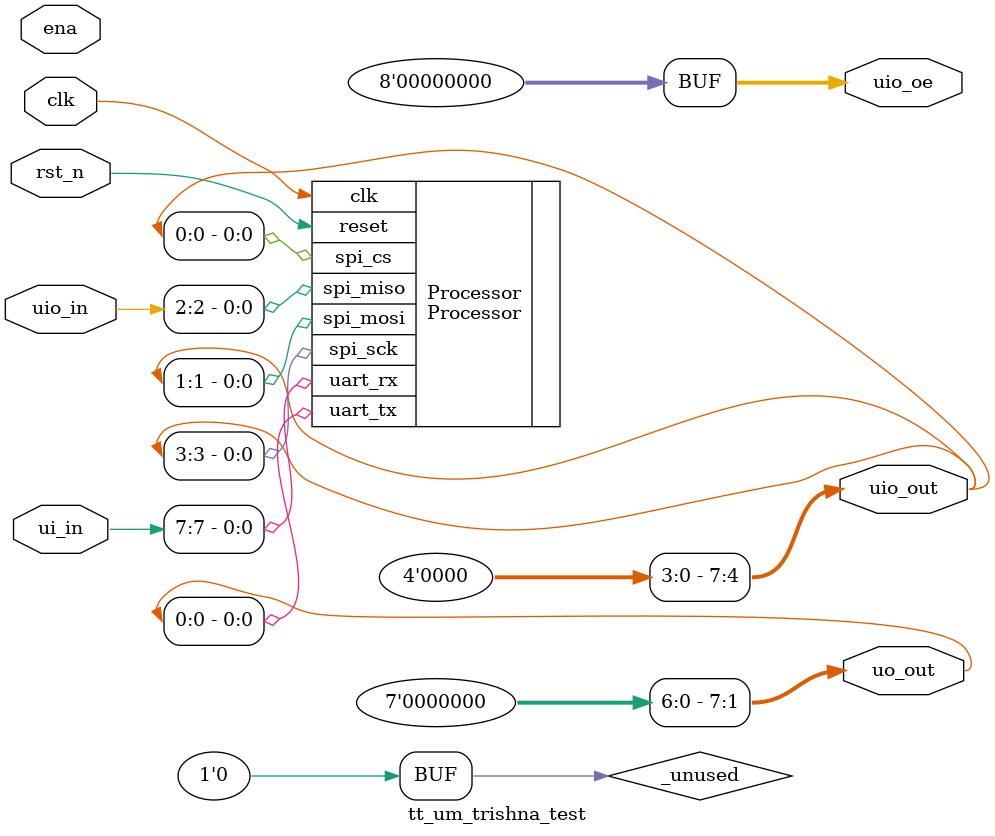
<source format=v>
`default_nettype none

module tt_um_trishna_test (
    input  wire [7:0] ui_in,    // Dedicated inputs
    output wire [7:0] uo_out,   // Dedicated outputs
    input  wire [7:0] uio_in,   // IOs: Input path
    output wire [7:0] uio_out,  // IOs: Output path
    output wire [7:0] uio_oe,   // IOs: Enable path (active high: 0=input, 1=output)
    input  wire       ena,      // always 1 when the design is powered, so you can ignore it
    input  wire       clk,      // clock
    input  wire       rst_n     // reset_n - low to reset
);

  assign uio_oe = 8'b0000_0000;
  assign uio_out[7:4] = 4'b0000;
  assign uo_out[7:1] = 7'b000_0000;

  Processor Processor (
    .clk(clk),
    .reset(rst_n),
    .uart_rx(ui_in[7]),
    .uart_tx(uo_out[0]),
    .spi_cs(uio_out[0]),
    .spi_sck(uio_out[3]),
    .spi_mosi(uio_out[1]),
    .spi_miso(uio_in[2])  // Fixed: Use uio_in[1] for spi_miso
  );

  // List all unused inputs to prevent warnings
  wire _unused = &{ena, clk, rst_n, uio_in[2], uio_in[4:2], uio_in[7:5], 1'b0};

endmodule

</source>
